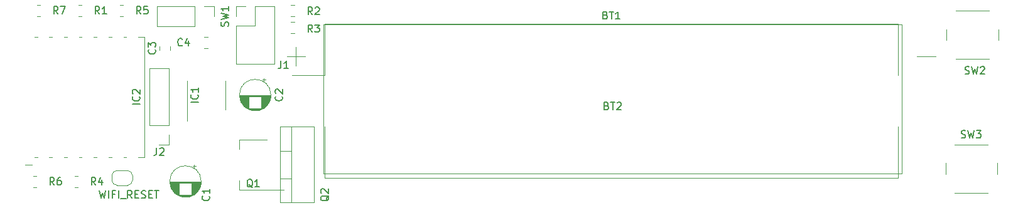
<source format=gbr>
%TF.GenerationSoftware,KiCad,Pcbnew,(5.1.9)-1*%
%TF.CreationDate,2021-03-29T21:17:45+02:00*%
%TF.ProjectId,ESP_Windowsensor,4553505f-5769-46e6-946f-7773656e736f,rev?*%
%TF.SameCoordinates,Original*%
%TF.FileFunction,Legend,Top*%
%TF.FilePolarity,Positive*%
%FSLAX46Y46*%
G04 Gerber Fmt 4.6, Leading zero omitted, Abs format (unit mm)*
G04 Created by KiCad (PCBNEW (5.1.9)-1) date 2021-03-29 21:17:45*
%MOMM*%
%LPD*%
G01*
G04 APERTURE LIST*
%ADD10C,0.120000*%
%ADD11C,0.150000*%
G04 APERTURE END LIST*
D10*
%TO.C,SW3*%
X180356000Y-81622000D02*
X175856000Y-81622000D01*
X181606000Y-85622000D02*
X181606000Y-84122000D01*
X175856000Y-88122000D02*
X180356000Y-88122000D01*
X174606000Y-84122000D02*
X174606000Y-85622000D01*
%TO.C,SW2*%
X176006000Y-70016000D02*
X180506000Y-70016000D01*
X174756000Y-66016000D02*
X174756000Y-67516000D01*
X180506000Y-63516000D02*
X176006000Y-63516000D01*
X181756000Y-67516000D02*
X181756000Y-66016000D01*
%TO.C,R7*%
X52551064Y-64235000D02*
X52096936Y-64235000D01*
X52551064Y-62765000D02*
X52096936Y-62765000D01*
%TO.C,R6*%
X52043064Y-87349000D02*
X51588936Y-87349000D01*
X52043064Y-85879000D02*
X51588936Y-85879000D01*
%TO.C,R5*%
X63272936Y-62765000D02*
X63727064Y-62765000D01*
X63272936Y-64235000D02*
X63727064Y-64235000D01*
%TO.C,R4*%
X57176936Y-85879000D02*
X57631064Y-85879000D01*
X57176936Y-87349000D02*
X57631064Y-87349000D01*
%TO.C,J2*%
X69910000Y-71314000D02*
X67250000Y-71314000D01*
X69910000Y-78994000D02*
X69910000Y-71314000D01*
X67250000Y-78994000D02*
X67250000Y-71314000D01*
X69910000Y-78994000D02*
X67250000Y-78994000D01*
X69910000Y-80264000D02*
X69910000Y-81594000D01*
X69910000Y-81594000D02*
X68580000Y-81594000D01*
%TO.C,C4*%
X74668748Y-67083000D02*
X75191252Y-67083000D01*
X74668748Y-68553000D02*
X75191252Y-68553000D01*
%TO.C,C3*%
X68607000Y-68841252D02*
X68607000Y-68318748D01*
X70077000Y-68841252D02*
X70077000Y-68318748D01*
%TO.C,C2*%
X83654000Y-74914000D02*
G75*
G03*
X83654000Y-74914000I-2120000J0D01*
G01*
X83614000Y-74914000D02*
X79454000Y-74914000D01*
X83614000Y-74954000D02*
X79454000Y-74954000D01*
X83613000Y-74994000D02*
X79455000Y-74994000D01*
X83611000Y-75034000D02*
X79457000Y-75034000D01*
X83608000Y-75074000D02*
X79460000Y-75074000D01*
X83605000Y-75114000D02*
X82374000Y-75114000D01*
X80694000Y-75114000D02*
X79463000Y-75114000D01*
X83601000Y-75154000D02*
X82374000Y-75154000D01*
X80694000Y-75154000D02*
X79467000Y-75154000D01*
X83596000Y-75194000D02*
X82374000Y-75194000D01*
X80694000Y-75194000D02*
X79472000Y-75194000D01*
X83590000Y-75234000D02*
X82374000Y-75234000D01*
X80694000Y-75234000D02*
X79478000Y-75234000D01*
X83584000Y-75274000D02*
X82374000Y-75274000D01*
X80694000Y-75274000D02*
X79484000Y-75274000D01*
X83576000Y-75314000D02*
X82374000Y-75314000D01*
X80694000Y-75314000D02*
X79492000Y-75314000D01*
X83568000Y-75354000D02*
X82374000Y-75354000D01*
X80694000Y-75354000D02*
X79500000Y-75354000D01*
X83559000Y-75394000D02*
X82374000Y-75394000D01*
X80694000Y-75394000D02*
X79509000Y-75394000D01*
X83550000Y-75434000D02*
X82374000Y-75434000D01*
X80694000Y-75434000D02*
X79518000Y-75434000D01*
X83539000Y-75474000D02*
X82374000Y-75474000D01*
X80694000Y-75474000D02*
X79529000Y-75474000D01*
X83528000Y-75514000D02*
X82374000Y-75514000D01*
X80694000Y-75514000D02*
X79540000Y-75514000D01*
X83516000Y-75554000D02*
X82374000Y-75554000D01*
X80694000Y-75554000D02*
X79552000Y-75554000D01*
X83502000Y-75594000D02*
X82374000Y-75594000D01*
X80694000Y-75594000D02*
X79566000Y-75594000D01*
X83488000Y-75635000D02*
X82374000Y-75635000D01*
X80694000Y-75635000D02*
X79580000Y-75635000D01*
X83474000Y-75675000D02*
X82374000Y-75675000D01*
X80694000Y-75675000D02*
X79594000Y-75675000D01*
X83458000Y-75715000D02*
X82374000Y-75715000D01*
X80694000Y-75715000D02*
X79610000Y-75715000D01*
X83441000Y-75755000D02*
X82374000Y-75755000D01*
X80694000Y-75755000D02*
X79627000Y-75755000D01*
X83423000Y-75795000D02*
X82374000Y-75795000D01*
X80694000Y-75795000D02*
X79645000Y-75795000D01*
X83404000Y-75835000D02*
X82374000Y-75835000D01*
X80694000Y-75835000D02*
X79664000Y-75835000D01*
X83385000Y-75875000D02*
X82374000Y-75875000D01*
X80694000Y-75875000D02*
X79683000Y-75875000D01*
X83364000Y-75915000D02*
X82374000Y-75915000D01*
X80694000Y-75915000D02*
X79704000Y-75915000D01*
X83342000Y-75955000D02*
X82374000Y-75955000D01*
X80694000Y-75955000D02*
X79726000Y-75955000D01*
X83319000Y-75995000D02*
X82374000Y-75995000D01*
X80694000Y-75995000D02*
X79749000Y-75995000D01*
X83294000Y-76035000D02*
X82374000Y-76035000D01*
X80694000Y-76035000D02*
X79774000Y-76035000D01*
X83269000Y-76075000D02*
X82374000Y-76075000D01*
X80694000Y-76075000D02*
X79799000Y-76075000D01*
X83242000Y-76115000D02*
X82374000Y-76115000D01*
X80694000Y-76115000D02*
X79826000Y-76115000D01*
X83214000Y-76155000D02*
X82374000Y-76155000D01*
X80694000Y-76155000D02*
X79854000Y-76155000D01*
X83184000Y-76195000D02*
X82374000Y-76195000D01*
X80694000Y-76195000D02*
X79884000Y-76195000D01*
X83153000Y-76235000D02*
X82374000Y-76235000D01*
X80694000Y-76235000D02*
X79915000Y-76235000D01*
X83121000Y-76275000D02*
X82374000Y-76275000D01*
X80694000Y-76275000D02*
X79947000Y-76275000D01*
X83086000Y-76315000D02*
X82374000Y-76315000D01*
X80694000Y-76315000D02*
X79982000Y-76315000D01*
X83050000Y-76355000D02*
X82374000Y-76355000D01*
X80694000Y-76355000D02*
X80018000Y-76355000D01*
X83012000Y-76395000D02*
X82374000Y-76395000D01*
X80694000Y-76395000D02*
X80056000Y-76395000D01*
X82972000Y-76435000D02*
X82374000Y-76435000D01*
X80694000Y-76435000D02*
X80096000Y-76435000D01*
X82930000Y-76475000D02*
X82374000Y-76475000D01*
X80694000Y-76475000D02*
X80138000Y-76475000D01*
X82885000Y-76515000D02*
X82374000Y-76515000D01*
X80694000Y-76515000D02*
X80183000Y-76515000D01*
X82838000Y-76555000D02*
X82374000Y-76555000D01*
X80694000Y-76555000D02*
X80230000Y-76555000D01*
X82788000Y-76595000D02*
X82374000Y-76595000D01*
X80694000Y-76595000D02*
X80280000Y-76595000D01*
X82734000Y-76635000D02*
X82374000Y-76635000D01*
X80694000Y-76635000D02*
X80334000Y-76635000D01*
X82676000Y-76675000D02*
X82374000Y-76675000D01*
X80694000Y-76675000D02*
X80392000Y-76675000D01*
X82614000Y-76715000D02*
X82374000Y-76715000D01*
X80694000Y-76715000D02*
X80454000Y-76715000D01*
X82547000Y-76755000D02*
X80521000Y-76755000D01*
X82474000Y-76795000D02*
X80594000Y-76795000D01*
X82393000Y-76835000D02*
X80675000Y-76835000D01*
X82302000Y-76875000D02*
X80766000Y-76875000D01*
X82198000Y-76915000D02*
X80870000Y-76915000D01*
X82071000Y-76955000D02*
X80997000Y-76955000D01*
X81904000Y-76995000D02*
X81164000Y-76995000D01*
X82729000Y-72644199D02*
X82729000Y-73044199D01*
X82929000Y-72844199D02*
X82529000Y-72844199D01*
%TO.C,C1*%
X74256000Y-86598000D02*
G75*
G03*
X74256000Y-86598000I-2120000J0D01*
G01*
X74216000Y-86598000D02*
X70056000Y-86598000D01*
X74216000Y-86638000D02*
X70056000Y-86638000D01*
X74215000Y-86678000D02*
X70057000Y-86678000D01*
X74213000Y-86718000D02*
X70059000Y-86718000D01*
X74210000Y-86758000D02*
X70062000Y-86758000D01*
X74207000Y-86798000D02*
X72976000Y-86798000D01*
X71296000Y-86798000D02*
X70065000Y-86798000D01*
X74203000Y-86838000D02*
X72976000Y-86838000D01*
X71296000Y-86838000D02*
X70069000Y-86838000D01*
X74198000Y-86878000D02*
X72976000Y-86878000D01*
X71296000Y-86878000D02*
X70074000Y-86878000D01*
X74192000Y-86918000D02*
X72976000Y-86918000D01*
X71296000Y-86918000D02*
X70080000Y-86918000D01*
X74186000Y-86958000D02*
X72976000Y-86958000D01*
X71296000Y-86958000D02*
X70086000Y-86958000D01*
X74178000Y-86998000D02*
X72976000Y-86998000D01*
X71296000Y-86998000D02*
X70094000Y-86998000D01*
X74170000Y-87038000D02*
X72976000Y-87038000D01*
X71296000Y-87038000D02*
X70102000Y-87038000D01*
X74161000Y-87078000D02*
X72976000Y-87078000D01*
X71296000Y-87078000D02*
X70111000Y-87078000D01*
X74152000Y-87118000D02*
X72976000Y-87118000D01*
X71296000Y-87118000D02*
X70120000Y-87118000D01*
X74141000Y-87158000D02*
X72976000Y-87158000D01*
X71296000Y-87158000D02*
X70131000Y-87158000D01*
X74130000Y-87198000D02*
X72976000Y-87198000D01*
X71296000Y-87198000D02*
X70142000Y-87198000D01*
X74118000Y-87238000D02*
X72976000Y-87238000D01*
X71296000Y-87238000D02*
X70154000Y-87238000D01*
X74104000Y-87278000D02*
X72976000Y-87278000D01*
X71296000Y-87278000D02*
X70168000Y-87278000D01*
X74090000Y-87319000D02*
X72976000Y-87319000D01*
X71296000Y-87319000D02*
X70182000Y-87319000D01*
X74076000Y-87359000D02*
X72976000Y-87359000D01*
X71296000Y-87359000D02*
X70196000Y-87359000D01*
X74060000Y-87399000D02*
X72976000Y-87399000D01*
X71296000Y-87399000D02*
X70212000Y-87399000D01*
X74043000Y-87439000D02*
X72976000Y-87439000D01*
X71296000Y-87439000D02*
X70229000Y-87439000D01*
X74025000Y-87479000D02*
X72976000Y-87479000D01*
X71296000Y-87479000D02*
X70247000Y-87479000D01*
X74006000Y-87519000D02*
X72976000Y-87519000D01*
X71296000Y-87519000D02*
X70266000Y-87519000D01*
X73987000Y-87559000D02*
X72976000Y-87559000D01*
X71296000Y-87559000D02*
X70285000Y-87559000D01*
X73966000Y-87599000D02*
X72976000Y-87599000D01*
X71296000Y-87599000D02*
X70306000Y-87599000D01*
X73944000Y-87639000D02*
X72976000Y-87639000D01*
X71296000Y-87639000D02*
X70328000Y-87639000D01*
X73921000Y-87679000D02*
X72976000Y-87679000D01*
X71296000Y-87679000D02*
X70351000Y-87679000D01*
X73896000Y-87719000D02*
X72976000Y-87719000D01*
X71296000Y-87719000D02*
X70376000Y-87719000D01*
X73871000Y-87759000D02*
X72976000Y-87759000D01*
X71296000Y-87759000D02*
X70401000Y-87759000D01*
X73844000Y-87799000D02*
X72976000Y-87799000D01*
X71296000Y-87799000D02*
X70428000Y-87799000D01*
X73816000Y-87839000D02*
X72976000Y-87839000D01*
X71296000Y-87839000D02*
X70456000Y-87839000D01*
X73786000Y-87879000D02*
X72976000Y-87879000D01*
X71296000Y-87879000D02*
X70486000Y-87879000D01*
X73755000Y-87919000D02*
X72976000Y-87919000D01*
X71296000Y-87919000D02*
X70517000Y-87919000D01*
X73723000Y-87959000D02*
X72976000Y-87959000D01*
X71296000Y-87959000D02*
X70549000Y-87959000D01*
X73688000Y-87999000D02*
X72976000Y-87999000D01*
X71296000Y-87999000D02*
X70584000Y-87999000D01*
X73652000Y-88039000D02*
X72976000Y-88039000D01*
X71296000Y-88039000D02*
X70620000Y-88039000D01*
X73614000Y-88079000D02*
X72976000Y-88079000D01*
X71296000Y-88079000D02*
X70658000Y-88079000D01*
X73574000Y-88119000D02*
X72976000Y-88119000D01*
X71296000Y-88119000D02*
X70698000Y-88119000D01*
X73532000Y-88159000D02*
X72976000Y-88159000D01*
X71296000Y-88159000D02*
X70740000Y-88159000D01*
X73487000Y-88199000D02*
X72976000Y-88199000D01*
X71296000Y-88199000D02*
X70785000Y-88199000D01*
X73440000Y-88239000D02*
X72976000Y-88239000D01*
X71296000Y-88239000D02*
X70832000Y-88239000D01*
X73390000Y-88279000D02*
X72976000Y-88279000D01*
X71296000Y-88279000D02*
X70882000Y-88279000D01*
X73336000Y-88319000D02*
X72976000Y-88319000D01*
X71296000Y-88319000D02*
X70936000Y-88319000D01*
X73278000Y-88359000D02*
X72976000Y-88359000D01*
X71296000Y-88359000D02*
X70994000Y-88359000D01*
X73216000Y-88399000D02*
X72976000Y-88399000D01*
X71296000Y-88399000D02*
X71056000Y-88399000D01*
X73149000Y-88439000D02*
X71123000Y-88439000D01*
X73076000Y-88479000D02*
X71196000Y-88479000D01*
X72995000Y-88519000D02*
X71277000Y-88519000D01*
X72904000Y-88559000D02*
X71368000Y-88559000D01*
X72800000Y-88599000D02*
X71472000Y-88599000D01*
X72673000Y-88639000D02*
X71599000Y-88639000D01*
X72506000Y-88679000D02*
X71766000Y-88679000D01*
X73331000Y-84328199D02*
X73331000Y-84728199D01*
X73531000Y-84528199D02*
X73131000Y-84528199D01*
%TO.C,R3*%
X86354936Y-65051000D02*
X86809064Y-65051000D01*
X86354936Y-66521000D02*
X86809064Y-66521000D01*
%TO.C,R2*%
X86354936Y-62765000D02*
X86809064Y-62765000D01*
X86354936Y-64235000D02*
X86809064Y-64235000D01*
%TO.C,J1*%
X78934000Y-70672000D02*
X84134000Y-70672000D01*
X78934000Y-65532000D02*
X78934000Y-70672000D01*
X84134000Y-62932000D02*
X84134000Y-70672000D01*
X78934000Y-65532000D02*
X81534000Y-65532000D01*
X81534000Y-65532000D02*
X81534000Y-62932000D01*
X81534000Y-62932000D02*
X84134000Y-62932000D01*
X78934000Y-64262000D02*
X78934000Y-62932000D01*
X78934000Y-62932000D02*
X80264000Y-62932000D01*
%TO.C,WIFI_RESET*%
X65012000Y-86406000D02*
G75*
G02*
X64312000Y-87106000I-700000J0D01*
G01*
X64312000Y-85106000D02*
G75*
G02*
X65012000Y-85806000I0J-700000D01*
G01*
X62212000Y-85806000D02*
G75*
G02*
X62912000Y-85106000I700000J0D01*
G01*
X62912000Y-87106000D02*
G75*
G02*
X62212000Y-86406000I0J700000D01*
G01*
X65012000Y-85806000D02*
X65012000Y-86406000D01*
X62912000Y-85106000D02*
X64312000Y-85106000D01*
X62212000Y-86406000D02*
X62212000Y-85806000D01*
X64312000Y-87106000D02*
X62912000Y-87106000D01*
%TO.C,Q2*%
X84868000Y-89448000D02*
X84868000Y-79208000D01*
X89509000Y-89448000D02*
X89509000Y-79208000D01*
X84868000Y-89448000D02*
X89509000Y-89448000D01*
X84868000Y-79208000D02*
X89509000Y-79208000D01*
X86378000Y-89448000D02*
X86378000Y-79208000D01*
X84868000Y-86178000D02*
X86378000Y-86178000D01*
X84868000Y-82477000D02*
X86378000Y-82477000D01*
%TO.C,BT2*%
X90726000Y-85488000D02*
X90726000Y-65388000D01*
X168726000Y-85488000D02*
X90726000Y-85488000D01*
X168726000Y-65388000D02*
X168726000Y-85488000D01*
X90726000Y-65388000D02*
X168726000Y-65388000D01*
%TO.C,SW1*%
X76006000Y-62932000D02*
X76006000Y-64262000D01*
X74676000Y-62932000D02*
X76006000Y-62932000D01*
X73406000Y-62932000D02*
X73406000Y-65592000D01*
X73406000Y-65592000D02*
X68266000Y-65592000D01*
X73406000Y-62932000D02*
X68266000Y-62932000D01*
X68266000Y-62932000D02*
X68266000Y-65592000D01*
%TO.C,R1*%
X57684936Y-64235000D02*
X58139064Y-64235000D01*
X57684936Y-62765000D02*
X58139064Y-62765000D01*
%TO.C,Q1*%
X85380000Y-87738000D02*
X79370000Y-87738000D01*
X83130000Y-80918000D02*
X79370000Y-80918000D01*
X79370000Y-87738000D02*
X79370000Y-86478000D01*
X79370000Y-80918000D02*
X79370000Y-82178000D01*
%TO.C,IC2*%
X65780000Y-67064000D02*
X66600000Y-67064000D01*
X66600000Y-67064000D02*
X66600000Y-83304000D01*
X66600000Y-83304000D02*
X65780000Y-83304000D01*
X50480000Y-84334000D02*
X51480000Y-84334000D01*
X64180000Y-83304000D02*
X63780000Y-83304000D01*
X64180000Y-67064000D02*
X63780000Y-67064000D01*
X62180000Y-83304000D02*
X61780000Y-83304000D01*
X62180000Y-67064000D02*
X61780000Y-67064000D01*
X60180000Y-83304000D02*
X59780000Y-83304000D01*
X60180000Y-67064000D02*
X59780000Y-67064000D01*
X58180000Y-83304000D02*
X57780000Y-83304000D01*
X58180000Y-67064000D02*
X57780000Y-67064000D01*
X56180000Y-83304000D02*
X55780000Y-83304000D01*
X56180000Y-67064000D02*
X55780000Y-67064000D01*
X54180000Y-83304000D02*
X53780000Y-83304000D01*
X54180000Y-67064000D02*
X53780000Y-67064000D01*
X52180000Y-83304000D02*
X51780000Y-83304000D01*
X52180000Y-67064000D02*
X51780000Y-67064000D01*
%TO.C,IC1*%
X72370000Y-74930000D02*
X72370000Y-78380000D01*
X72370000Y-74930000D02*
X72370000Y-72980000D01*
X77490000Y-74930000D02*
X77490000Y-76880000D01*
X77490000Y-74930000D02*
X77490000Y-72980000D01*
%TO.C,BT1*%
X87040000Y-70942000D02*
X87040000Y-68442000D01*
X85790000Y-69692000D02*
X88290000Y-69692000D01*
X173290000Y-69692000D02*
X170790000Y-69692000D01*
X168180000Y-72252000D02*
X168180000Y-65272000D01*
X168180000Y-65252000D02*
X90900000Y-65252000D01*
X90900000Y-65252000D02*
X90900000Y-72252000D01*
X168180000Y-79132000D02*
X168180000Y-86132000D01*
X168180000Y-86132000D02*
X90900000Y-86132000D01*
X90900000Y-86132000D02*
X90900000Y-79132000D01*
X90900000Y-72252000D02*
X86540000Y-72252000D01*
%TO.C,SW3*%
D11*
X176720666Y-80668761D02*
X176863523Y-80716380D01*
X177101619Y-80716380D01*
X177196857Y-80668761D01*
X177244476Y-80621142D01*
X177292095Y-80525904D01*
X177292095Y-80430666D01*
X177244476Y-80335428D01*
X177196857Y-80287809D01*
X177101619Y-80240190D01*
X176911142Y-80192571D01*
X176815904Y-80144952D01*
X176768285Y-80097333D01*
X176720666Y-80002095D01*
X176720666Y-79906857D01*
X176768285Y-79811619D01*
X176815904Y-79764000D01*
X176911142Y-79716380D01*
X177149238Y-79716380D01*
X177292095Y-79764000D01*
X177625428Y-79716380D02*
X177863523Y-80716380D01*
X178054000Y-80002095D01*
X178244476Y-80716380D01*
X178482571Y-79716380D01*
X178768285Y-79716380D02*
X179387333Y-79716380D01*
X179054000Y-80097333D01*
X179196857Y-80097333D01*
X179292095Y-80144952D01*
X179339714Y-80192571D01*
X179387333Y-80287809D01*
X179387333Y-80525904D01*
X179339714Y-80621142D01*
X179292095Y-80668761D01*
X179196857Y-80716380D01*
X178911142Y-80716380D01*
X178815904Y-80668761D01*
X178768285Y-80621142D01*
%TO.C,SW2*%
X177228666Y-72032761D02*
X177371523Y-72080380D01*
X177609619Y-72080380D01*
X177704857Y-72032761D01*
X177752476Y-71985142D01*
X177800095Y-71889904D01*
X177800095Y-71794666D01*
X177752476Y-71699428D01*
X177704857Y-71651809D01*
X177609619Y-71604190D01*
X177419142Y-71556571D01*
X177323904Y-71508952D01*
X177276285Y-71461333D01*
X177228666Y-71366095D01*
X177228666Y-71270857D01*
X177276285Y-71175619D01*
X177323904Y-71128000D01*
X177419142Y-71080380D01*
X177657238Y-71080380D01*
X177800095Y-71128000D01*
X178133428Y-71080380D02*
X178371523Y-72080380D01*
X178562000Y-71366095D01*
X178752476Y-72080380D01*
X178990571Y-71080380D01*
X179323904Y-71175619D02*
X179371523Y-71128000D01*
X179466761Y-71080380D01*
X179704857Y-71080380D01*
X179800095Y-71128000D01*
X179847714Y-71175619D01*
X179895333Y-71270857D01*
X179895333Y-71366095D01*
X179847714Y-71508952D01*
X179276285Y-72080380D01*
X179895333Y-72080380D01*
%TO.C,R7*%
X54951333Y-63952380D02*
X54618000Y-63476190D01*
X54379904Y-63952380D02*
X54379904Y-62952380D01*
X54760857Y-62952380D01*
X54856095Y-63000000D01*
X54903714Y-63047619D01*
X54951333Y-63142857D01*
X54951333Y-63285714D01*
X54903714Y-63380952D01*
X54856095Y-63428571D01*
X54760857Y-63476190D01*
X54379904Y-63476190D01*
X55284666Y-62952380D02*
X55951333Y-62952380D01*
X55522761Y-63952380D01*
%TO.C,R6*%
X54443333Y-87066380D02*
X54110000Y-86590190D01*
X53871904Y-87066380D02*
X53871904Y-86066380D01*
X54252857Y-86066380D01*
X54348095Y-86114000D01*
X54395714Y-86161619D01*
X54443333Y-86256857D01*
X54443333Y-86399714D01*
X54395714Y-86494952D01*
X54348095Y-86542571D01*
X54252857Y-86590190D01*
X53871904Y-86590190D01*
X55300476Y-86066380D02*
X55110000Y-86066380D01*
X55014761Y-86114000D01*
X54967142Y-86161619D01*
X54871904Y-86304476D01*
X54824285Y-86494952D01*
X54824285Y-86875904D01*
X54871904Y-86971142D01*
X54919523Y-87018761D01*
X55014761Y-87066380D01*
X55205238Y-87066380D01*
X55300476Y-87018761D01*
X55348095Y-86971142D01*
X55395714Y-86875904D01*
X55395714Y-86637809D01*
X55348095Y-86542571D01*
X55300476Y-86494952D01*
X55205238Y-86447333D01*
X55014761Y-86447333D01*
X54919523Y-86494952D01*
X54871904Y-86542571D01*
X54824285Y-86637809D01*
%TO.C,R5*%
X66127333Y-63952380D02*
X65794000Y-63476190D01*
X65555904Y-63952380D02*
X65555904Y-62952380D01*
X65936857Y-62952380D01*
X66032095Y-63000000D01*
X66079714Y-63047619D01*
X66127333Y-63142857D01*
X66127333Y-63285714D01*
X66079714Y-63380952D01*
X66032095Y-63428571D01*
X65936857Y-63476190D01*
X65555904Y-63476190D01*
X67032095Y-62952380D02*
X66555904Y-62952380D01*
X66508285Y-63428571D01*
X66555904Y-63380952D01*
X66651142Y-63333333D01*
X66889238Y-63333333D01*
X66984476Y-63380952D01*
X67032095Y-63428571D01*
X67079714Y-63523809D01*
X67079714Y-63761904D01*
X67032095Y-63857142D01*
X66984476Y-63904761D01*
X66889238Y-63952380D01*
X66651142Y-63952380D01*
X66555904Y-63904761D01*
X66508285Y-63857142D01*
%TO.C,R4*%
X60031333Y-87066380D02*
X59698000Y-86590190D01*
X59459904Y-87066380D02*
X59459904Y-86066380D01*
X59840857Y-86066380D01*
X59936095Y-86114000D01*
X59983714Y-86161619D01*
X60031333Y-86256857D01*
X60031333Y-86399714D01*
X59983714Y-86494952D01*
X59936095Y-86542571D01*
X59840857Y-86590190D01*
X59459904Y-86590190D01*
X60888476Y-86399714D02*
X60888476Y-87066380D01*
X60650380Y-86018761D02*
X60412285Y-86733047D01*
X61031333Y-86733047D01*
%TO.C,J2*%
X68246666Y-82046380D02*
X68246666Y-82760666D01*
X68199047Y-82903523D01*
X68103809Y-82998761D01*
X67960952Y-83046380D01*
X67865714Y-83046380D01*
X68675238Y-82141619D02*
X68722857Y-82094000D01*
X68818095Y-82046380D01*
X69056190Y-82046380D01*
X69151428Y-82094000D01*
X69199047Y-82141619D01*
X69246666Y-82236857D01*
X69246666Y-82332095D01*
X69199047Y-82474952D01*
X68627619Y-83046380D01*
X69246666Y-83046380D01*
%TO.C,C4*%
X71715333Y-68175142D02*
X71667714Y-68222761D01*
X71524857Y-68270380D01*
X71429619Y-68270380D01*
X71286761Y-68222761D01*
X71191523Y-68127523D01*
X71143904Y-68032285D01*
X71096285Y-67841809D01*
X71096285Y-67698952D01*
X71143904Y-67508476D01*
X71191523Y-67413238D01*
X71286761Y-67318000D01*
X71429619Y-67270380D01*
X71524857Y-67270380D01*
X71667714Y-67318000D01*
X71715333Y-67365619D01*
X72572476Y-67603714D02*
X72572476Y-68270380D01*
X72334380Y-67222761D02*
X72096285Y-67937047D01*
X72715333Y-67937047D01*
%TO.C,C3*%
X68019142Y-68746666D02*
X68066761Y-68794285D01*
X68114380Y-68937142D01*
X68114380Y-69032380D01*
X68066761Y-69175238D01*
X67971523Y-69270476D01*
X67876285Y-69318095D01*
X67685809Y-69365714D01*
X67542952Y-69365714D01*
X67352476Y-69318095D01*
X67257238Y-69270476D01*
X67162000Y-69175238D01*
X67114380Y-69032380D01*
X67114380Y-68937142D01*
X67162000Y-68794285D01*
X67209619Y-68746666D01*
X67114380Y-68413333D02*
X67114380Y-67794285D01*
X67495333Y-68127619D01*
X67495333Y-67984761D01*
X67542952Y-67889523D01*
X67590571Y-67841904D01*
X67685809Y-67794285D01*
X67923904Y-67794285D01*
X68019142Y-67841904D01*
X68066761Y-67889523D01*
X68114380Y-67984761D01*
X68114380Y-68270476D01*
X68066761Y-68365714D01*
X68019142Y-68413333D01*
%TO.C,C2*%
X85141142Y-75080666D02*
X85188761Y-75128285D01*
X85236380Y-75271142D01*
X85236380Y-75366380D01*
X85188761Y-75509238D01*
X85093523Y-75604476D01*
X84998285Y-75652095D01*
X84807809Y-75699714D01*
X84664952Y-75699714D01*
X84474476Y-75652095D01*
X84379238Y-75604476D01*
X84284000Y-75509238D01*
X84236380Y-75366380D01*
X84236380Y-75271142D01*
X84284000Y-75128285D01*
X84331619Y-75080666D01*
X84331619Y-74699714D02*
X84284000Y-74652095D01*
X84236380Y-74556857D01*
X84236380Y-74318761D01*
X84284000Y-74223523D01*
X84331619Y-74175904D01*
X84426857Y-74128285D01*
X84522095Y-74128285D01*
X84664952Y-74175904D01*
X85236380Y-74747333D01*
X85236380Y-74128285D01*
%TO.C,C1*%
X75287142Y-88558666D02*
X75334761Y-88606285D01*
X75382380Y-88749142D01*
X75382380Y-88844380D01*
X75334761Y-88987238D01*
X75239523Y-89082476D01*
X75144285Y-89130095D01*
X74953809Y-89177714D01*
X74810952Y-89177714D01*
X74620476Y-89130095D01*
X74525238Y-89082476D01*
X74430000Y-88987238D01*
X74382380Y-88844380D01*
X74382380Y-88749142D01*
X74430000Y-88606285D01*
X74477619Y-88558666D01*
X75382380Y-87606285D02*
X75382380Y-88177714D01*
X75382380Y-87892000D02*
X74382380Y-87892000D01*
X74525238Y-87987238D01*
X74620476Y-88082476D01*
X74668095Y-88177714D01*
%TO.C,R3*%
X89241333Y-66424380D02*
X88908000Y-65948190D01*
X88669904Y-66424380D02*
X88669904Y-65424380D01*
X89050857Y-65424380D01*
X89146095Y-65472000D01*
X89193714Y-65519619D01*
X89241333Y-65614857D01*
X89241333Y-65757714D01*
X89193714Y-65852952D01*
X89146095Y-65900571D01*
X89050857Y-65948190D01*
X88669904Y-65948190D01*
X89574666Y-65424380D02*
X90193714Y-65424380D01*
X89860380Y-65805333D01*
X90003238Y-65805333D01*
X90098476Y-65852952D01*
X90146095Y-65900571D01*
X90193714Y-65995809D01*
X90193714Y-66233904D01*
X90146095Y-66329142D01*
X90098476Y-66376761D01*
X90003238Y-66424380D01*
X89717523Y-66424380D01*
X89622285Y-66376761D01*
X89574666Y-66329142D01*
%TO.C,R2*%
X89241333Y-64040380D02*
X88908000Y-63564190D01*
X88669904Y-64040380D02*
X88669904Y-63040380D01*
X89050857Y-63040380D01*
X89146095Y-63088000D01*
X89193714Y-63135619D01*
X89241333Y-63230857D01*
X89241333Y-63373714D01*
X89193714Y-63468952D01*
X89146095Y-63516571D01*
X89050857Y-63564190D01*
X88669904Y-63564190D01*
X89622285Y-63135619D02*
X89669904Y-63088000D01*
X89765142Y-63040380D01*
X90003238Y-63040380D01*
X90098476Y-63088000D01*
X90146095Y-63135619D01*
X90193714Y-63230857D01*
X90193714Y-63326095D01*
X90146095Y-63468952D01*
X89574666Y-64040380D01*
X90193714Y-64040380D01*
%TO.C,J1*%
X85010666Y-70318380D02*
X85010666Y-71032666D01*
X84963047Y-71175523D01*
X84867809Y-71270761D01*
X84724952Y-71318380D01*
X84629714Y-71318380D01*
X86010666Y-71318380D02*
X85439238Y-71318380D01*
X85724952Y-71318380D02*
X85724952Y-70318380D01*
X85629714Y-70461238D01*
X85534476Y-70556476D01*
X85439238Y-70604095D01*
%TO.C,WIFI_RESET*%
X60539809Y-87844380D02*
X60777904Y-88844380D01*
X60968380Y-88130095D01*
X61158857Y-88844380D01*
X61396952Y-87844380D01*
X61777904Y-88844380D02*
X61777904Y-87844380D01*
X62587428Y-88320571D02*
X62254095Y-88320571D01*
X62254095Y-88844380D02*
X62254095Y-87844380D01*
X62730285Y-87844380D01*
X63111238Y-88844380D02*
X63111238Y-87844380D01*
X63349333Y-88939619D02*
X64111238Y-88939619D01*
X64920761Y-88844380D02*
X64587428Y-88368190D01*
X64349333Y-88844380D02*
X64349333Y-87844380D01*
X64730285Y-87844380D01*
X64825523Y-87892000D01*
X64873142Y-87939619D01*
X64920761Y-88034857D01*
X64920761Y-88177714D01*
X64873142Y-88272952D01*
X64825523Y-88320571D01*
X64730285Y-88368190D01*
X64349333Y-88368190D01*
X65349333Y-88320571D02*
X65682666Y-88320571D01*
X65825523Y-88844380D02*
X65349333Y-88844380D01*
X65349333Y-87844380D01*
X65825523Y-87844380D01*
X66206476Y-88796761D02*
X66349333Y-88844380D01*
X66587428Y-88844380D01*
X66682666Y-88796761D01*
X66730285Y-88749142D01*
X66777904Y-88653904D01*
X66777904Y-88558666D01*
X66730285Y-88463428D01*
X66682666Y-88415809D01*
X66587428Y-88368190D01*
X66396952Y-88320571D01*
X66301714Y-88272952D01*
X66254095Y-88225333D01*
X66206476Y-88130095D01*
X66206476Y-88034857D01*
X66254095Y-87939619D01*
X66301714Y-87892000D01*
X66396952Y-87844380D01*
X66635047Y-87844380D01*
X66777904Y-87892000D01*
X67206476Y-88320571D02*
X67539809Y-88320571D01*
X67682666Y-88844380D02*
X67206476Y-88844380D01*
X67206476Y-87844380D01*
X67682666Y-87844380D01*
X67968380Y-87844380D02*
X68539809Y-87844380D01*
X68254095Y-88844380D02*
X68254095Y-87844380D01*
%TO.C,Q2*%
X91479619Y-88487238D02*
X91432000Y-88582476D01*
X91336761Y-88677714D01*
X91193904Y-88820571D01*
X91146285Y-88915809D01*
X91146285Y-89011047D01*
X91384380Y-88963428D02*
X91336761Y-89058666D01*
X91241523Y-89153904D01*
X91051047Y-89201523D01*
X90717714Y-89201523D01*
X90527238Y-89153904D01*
X90432000Y-89058666D01*
X90384380Y-88963428D01*
X90384380Y-88772952D01*
X90432000Y-88677714D01*
X90527238Y-88582476D01*
X90717714Y-88534857D01*
X91051047Y-88534857D01*
X91241523Y-88582476D01*
X91336761Y-88677714D01*
X91384380Y-88772952D01*
X91384380Y-88963428D01*
X90479619Y-88153904D02*
X90432000Y-88106285D01*
X90384380Y-88011047D01*
X90384380Y-87772952D01*
X90432000Y-87677714D01*
X90479619Y-87630095D01*
X90574857Y-87582476D01*
X90670095Y-87582476D01*
X90812952Y-87630095D01*
X91384380Y-88201523D01*
X91384380Y-87582476D01*
%TO.C,BT2*%
X128940285Y-76366571D02*
X129083142Y-76414190D01*
X129130761Y-76461809D01*
X129178380Y-76557047D01*
X129178380Y-76699904D01*
X129130761Y-76795142D01*
X129083142Y-76842761D01*
X128987904Y-76890380D01*
X128606952Y-76890380D01*
X128606952Y-75890380D01*
X128940285Y-75890380D01*
X129035523Y-75938000D01*
X129083142Y-75985619D01*
X129130761Y-76080857D01*
X129130761Y-76176095D01*
X129083142Y-76271333D01*
X129035523Y-76318952D01*
X128940285Y-76366571D01*
X128606952Y-76366571D01*
X129464095Y-75890380D02*
X130035523Y-75890380D01*
X129749809Y-76890380D02*
X129749809Y-75890380D01*
X130321238Y-75985619D02*
X130368857Y-75938000D01*
X130464095Y-75890380D01*
X130702190Y-75890380D01*
X130797428Y-75938000D01*
X130845047Y-75985619D01*
X130892666Y-76080857D01*
X130892666Y-76176095D01*
X130845047Y-76318952D01*
X130273619Y-76890380D01*
X130892666Y-76890380D01*
%TO.C,SW1*%
X77874761Y-65595333D02*
X77922380Y-65452476D01*
X77922380Y-65214380D01*
X77874761Y-65119142D01*
X77827142Y-65071523D01*
X77731904Y-65023904D01*
X77636666Y-65023904D01*
X77541428Y-65071523D01*
X77493809Y-65119142D01*
X77446190Y-65214380D01*
X77398571Y-65404857D01*
X77350952Y-65500095D01*
X77303333Y-65547714D01*
X77208095Y-65595333D01*
X77112857Y-65595333D01*
X77017619Y-65547714D01*
X76970000Y-65500095D01*
X76922380Y-65404857D01*
X76922380Y-65166761D01*
X76970000Y-65023904D01*
X76922380Y-64690571D02*
X77922380Y-64452476D01*
X77208095Y-64262000D01*
X77922380Y-64071523D01*
X76922380Y-63833428D01*
X77922380Y-62928666D02*
X77922380Y-63500095D01*
X77922380Y-63214380D02*
X76922380Y-63214380D01*
X77065238Y-63309619D01*
X77160476Y-63404857D01*
X77208095Y-63500095D01*
%TO.C,R1*%
X60539333Y-63952380D02*
X60206000Y-63476190D01*
X59967904Y-63952380D02*
X59967904Y-62952380D01*
X60348857Y-62952380D01*
X60444095Y-63000000D01*
X60491714Y-63047619D01*
X60539333Y-63142857D01*
X60539333Y-63285714D01*
X60491714Y-63380952D01*
X60444095Y-63428571D01*
X60348857Y-63476190D01*
X59967904Y-63476190D01*
X61491714Y-63952380D02*
X60920285Y-63952380D01*
X61206000Y-63952380D02*
X61206000Y-62952380D01*
X61110761Y-63095238D01*
X61015523Y-63190476D01*
X60920285Y-63238095D01*
%TO.C,Q1*%
X81184761Y-87415619D02*
X81089523Y-87368000D01*
X80994285Y-87272761D01*
X80851428Y-87129904D01*
X80756190Y-87082285D01*
X80660952Y-87082285D01*
X80708571Y-87320380D02*
X80613333Y-87272761D01*
X80518095Y-87177523D01*
X80470476Y-86987047D01*
X80470476Y-86653714D01*
X80518095Y-86463238D01*
X80613333Y-86368000D01*
X80708571Y-86320380D01*
X80899047Y-86320380D01*
X80994285Y-86368000D01*
X81089523Y-86463238D01*
X81137142Y-86653714D01*
X81137142Y-86987047D01*
X81089523Y-87177523D01*
X80994285Y-87272761D01*
X80899047Y-87320380D01*
X80708571Y-87320380D01*
X82089523Y-87320380D02*
X81518095Y-87320380D01*
X81803809Y-87320380D02*
X81803809Y-86320380D01*
X81708571Y-86463238D01*
X81613333Y-86558476D01*
X81518095Y-86606095D01*
%TO.C,IC2*%
X65984380Y-76160190D02*
X64984380Y-76160190D01*
X65889142Y-75112571D02*
X65936761Y-75160190D01*
X65984380Y-75303047D01*
X65984380Y-75398285D01*
X65936761Y-75541142D01*
X65841523Y-75636380D01*
X65746285Y-75684000D01*
X65555809Y-75731619D01*
X65412952Y-75731619D01*
X65222476Y-75684000D01*
X65127238Y-75636380D01*
X65032000Y-75541142D01*
X64984380Y-75398285D01*
X64984380Y-75303047D01*
X65032000Y-75160190D01*
X65079619Y-75112571D01*
X65079619Y-74731619D02*
X65032000Y-74684000D01*
X64984380Y-74588761D01*
X64984380Y-74350666D01*
X65032000Y-74255428D01*
X65079619Y-74207809D01*
X65174857Y-74160190D01*
X65270095Y-74160190D01*
X65412952Y-74207809D01*
X65984380Y-74779238D01*
X65984380Y-74160190D01*
%TO.C,IC1*%
X73858380Y-75906190D02*
X72858380Y-75906190D01*
X73763142Y-74858571D02*
X73810761Y-74906190D01*
X73858380Y-75049047D01*
X73858380Y-75144285D01*
X73810761Y-75287142D01*
X73715523Y-75382380D01*
X73620285Y-75430000D01*
X73429809Y-75477619D01*
X73286952Y-75477619D01*
X73096476Y-75430000D01*
X73001238Y-75382380D01*
X72906000Y-75287142D01*
X72858380Y-75144285D01*
X72858380Y-75049047D01*
X72906000Y-74906190D01*
X72953619Y-74858571D01*
X73858380Y-73906190D02*
X73858380Y-74477619D01*
X73858380Y-74191904D02*
X72858380Y-74191904D01*
X73001238Y-74287142D01*
X73096476Y-74382380D01*
X73144095Y-74477619D01*
%TO.C,BT1*%
X128754285Y-64120571D02*
X128897142Y-64168190D01*
X128944761Y-64215809D01*
X128992380Y-64311047D01*
X128992380Y-64453904D01*
X128944761Y-64549142D01*
X128897142Y-64596761D01*
X128801904Y-64644380D01*
X128420952Y-64644380D01*
X128420952Y-63644380D01*
X128754285Y-63644380D01*
X128849523Y-63692000D01*
X128897142Y-63739619D01*
X128944761Y-63834857D01*
X128944761Y-63930095D01*
X128897142Y-64025333D01*
X128849523Y-64072952D01*
X128754285Y-64120571D01*
X128420952Y-64120571D01*
X129278095Y-63644380D02*
X129849523Y-63644380D01*
X129563809Y-64644380D02*
X129563809Y-63644380D01*
X130706666Y-64644380D02*
X130135238Y-64644380D01*
X130420952Y-64644380D02*
X130420952Y-63644380D01*
X130325714Y-63787238D01*
X130230476Y-63882476D01*
X130135238Y-63930095D01*
%TD*%
M02*

</source>
